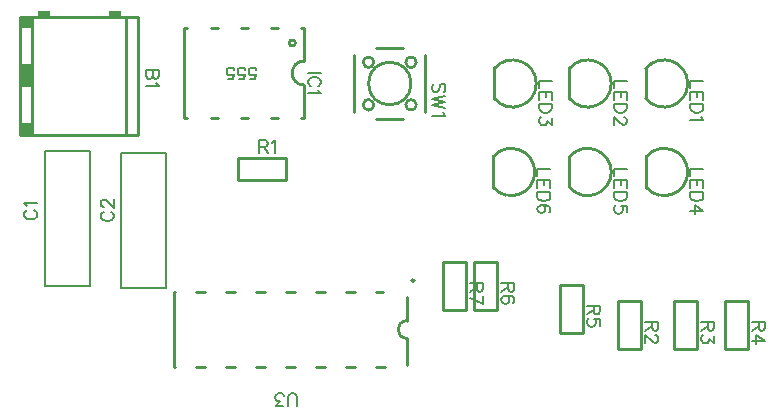
<source format=gto>
G04 Layer: TopSilkscreenLayer*
G04 EasyEDA v6.5.50, 2025-04-28 15:17:28*
G04 ec43f4f42a0a4547a17121b9b8cfd53d,1edd566ed00f4b82bd531d174b10065b,10*
G04 Gerber Generator version 0.2*
G04 Scale: 100 percent, Rotated: No, Reflected: No *
G04 Dimensions in millimeters *
G04 leading zeros omitted , absolute positions ,4 integer and 5 decimal *
%FSLAX45Y45*%
%MOMM*%

%ADD10C,0.1524*%
%ADD11C,0.2032*%
%ADD12C,0.2540*%
%ADD13C,0.2007*%
%ADD14C,0.2286*%
%ADD15C,0.0118*%

%LPD*%
D10*
X3290315Y7835900D02*
G01*
X3181350Y7835900D01*
X3264408Y7723631D02*
G01*
X3274822Y7728965D01*
X3285236Y7739379D01*
X3290315Y7749539D01*
X3290315Y7770368D01*
X3285236Y7780781D01*
X3274822Y7791195D01*
X3264408Y7796529D01*
X3248659Y7801610D01*
X3222752Y7801610D01*
X3207258Y7796529D01*
X3196843Y7791195D01*
X3186429Y7780781D01*
X3181350Y7770368D01*
X3181350Y7749539D01*
X3186429Y7739379D01*
X3196843Y7728965D01*
X3207258Y7723631D01*
X3269488Y7689342D02*
G01*
X3274822Y7678928D01*
X3290315Y7663434D01*
X3181350Y7663434D01*
D11*
X2688590Y7785862D02*
G01*
X2734056Y7785862D01*
X2738627Y7826755D01*
X2734056Y7822184D01*
X2720593Y7817612D01*
X2706877Y7817612D01*
X2693161Y7822184D01*
X2684018Y7831328D01*
X2679445Y7844789D01*
X2679445Y7853934D01*
X2684018Y7867650D01*
X2693161Y7876794D01*
X2706877Y7881365D01*
X2720593Y7881365D01*
X2734056Y7876794D01*
X2738627Y7872221D01*
X2743200Y7863078D01*
X2595118Y7785862D02*
G01*
X2640584Y7785862D01*
X2644902Y7826755D01*
X2640584Y7822184D01*
X2626868Y7817612D01*
X2613152Y7817612D01*
X2599690Y7822184D01*
X2590545Y7831328D01*
X2585974Y7844789D01*
X2585974Y7853934D01*
X2590545Y7867650D01*
X2599690Y7876794D01*
X2613152Y7881365D01*
X2626868Y7881365D01*
X2640584Y7876794D01*
X2644902Y7872221D01*
X2649474Y7863078D01*
X2501391Y7785862D02*
G01*
X2546858Y7785862D01*
X2551429Y7826755D01*
X2546858Y7822184D01*
X2533141Y7817612D01*
X2519679Y7817612D01*
X2505963Y7822184D01*
X2496820Y7831328D01*
X2492247Y7844789D01*
X2492247Y7853934D01*
X2496820Y7867650D01*
X2505963Y7876794D01*
X2519679Y7881365D01*
X2533141Y7881365D01*
X2546858Y7876794D01*
X2551429Y7872221D01*
X2556002Y7863078D01*
D10*
X1918715Y7861300D02*
G01*
X1809750Y7861300D01*
X1918715Y7861300D02*
G01*
X1918715Y7814563D01*
X1913636Y7799070D01*
X1908302Y7793736D01*
X1897887Y7788655D01*
X1887473Y7788655D01*
X1877060Y7793736D01*
X1871979Y7799070D01*
X1866900Y7814563D01*
X1866900Y7861300D02*
G01*
X1866900Y7814563D01*
X1861565Y7799070D01*
X1856486Y7793736D01*
X1846071Y7788655D01*
X1830323Y7788655D01*
X1819910Y7793736D01*
X1814829Y7799070D01*
X1809750Y7814563D01*
X1809750Y7861300D01*
X1897887Y7754365D02*
G01*
X1903221Y7743952D01*
X1918715Y7728204D01*
X1809750Y7728204D01*
X805687Y6674358D02*
G01*
X795273Y6669023D01*
X784860Y6658610D01*
X779779Y6648450D01*
X779779Y6627621D01*
X784860Y6617208D01*
X795273Y6606794D01*
X805687Y6601460D01*
X821436Y6596379D01*
X847344Y6596379D01*
X862837Y6601460D01*
X873252Y6606794D01*
X883665Y6617208D01*
X888745Y6627621D01*
X888745Y6648450D01*
X883665Y6658610D01*
X873252Y6669023D01*
X862837Y6674358D01*
X800607Y6708647D02*
G01*
X795273Y6719062D01*
X779779Y6734555D01*
X888745Y6734555D01*
X1453387Y6661658D02*
G01*
X1442973Y6656323D01*
X1432560Y6645910D01*
X1427479Y6635750D01*
X1427479Y6614921D01*
X1432560Y6604508D01*
X1442973Y6594094D01*
X1453387Y6588760D01*
X1469136Y6583679D01*
X1495044Y6583679D01*
X1510537Y6588760D01*
X1520952Y6594094D01*
X1531365Y6604508D01*
X1536445Y6614921D01*
X1536445Y6635750D01*
X1531365Y6645910D01*
X1520952Y6656323D01*
X1510537Y6661658D01*
X1453387Y6701028D02*
G01*
X1448307Y6701028D01*
X1437894Y6706362D01*
X1432560Y6711442D01*
X1427479Y6721855D01*
X1427479Y6742684D01*
X1432560Y6753097D01*
X1437894Y6758178D01*
X1448307Y6763512D01*
X1458721Y6763512D01*
X1469136Y6758178D01*
X1484629Y6747763D01*
X1536445Y6695947D01*
X1536445Y6768592D01*
X6528815Y7772400D02*
G01*
X6419850Y7772400D01*
X6419850Y7772400D02*
G01*
X6419850Y7710170D01*
X6528815Y7675879D02*
G01*
X6419850Y7675879D01*
X6528815Y7675879D02*
G01*
X6528815Y7608315D01*
X6477000Y7675879D02*
G01*
X6477000Y7634223D01*
X6419850Y7675879D02*
G01*
X6419850Y7608315D01*
X6528815Y7574026D02*
G01*
X6419850Y7574026D01*
X6528815Y7574026D02*
G01*
X6528815Y7537450D01*
X6523736Y7521955D01*
X6513322Y7511542D01*
X6502908Y7506462D01*
X6487159Y7501128D01*
X6461252Y7501128D01*
X6445758Y7506462D01*
X6435343Y7511542D01*
X6424929Y7521955D01*
X6419850Y7537450D01*
X6419850Y7574026D01*
X6507988Y7466837D02*
G01*
X6513322Y7456423D01*
X6528815Y7440929D01*
X6419850Y7440929D01*
X5881115Y7772400D02*
G01*
X5772150Y7772400D01*
X5772150Y7772400D02*
G01*
X5772150Y7710170D01*
X5881115Y7675879D02*
G01*
X5772150Y7675879D01*
X5881115Y7675879D02*
G01*
X5881115Y7608315D01*
X5829300Y7675879D02*
G01*
X5829300Y7634223D01*
X5772150Y7675879D02*
G01*
X5772150Y7608315D01*
X5881115Y7574026D02*
G01*
X5772150Y7574026D01*
X5881115Y7574026D02*
G01*
X5881115Y7537450D01*
X5876036Y7521955D01*
X5865622Y7511542D01*
X5855208Y7506462D01*
X5839459Y7501128D01*
X5813552Y7501128D01*
X5798058Y7506462D01*
X5787643Y7511542D01*
X5777229Y7521955D01*
X5772150Y7537450D01*
X5772150Y7574026D01*
X5855208Y7461758D02*
G01*
X5860288Y7461758D01*
X5870702Y7456423D01*
X5876036Y7451344D01*
X5881115Y7440929D01*
X5881115Y7420102D01*
X5876036Y7409687D01*
X5870702Y7404608D01*
X5860288Y7399273D01*
X5849874Y7399273D01*
X5839459Y7404608D01*
X5823965Y7415021D01*
X5772150Y7466837D01*
X5772150Y7394194D01*
X5246115Y7772400D02*
G01*
X5137150Y7772400D01*
X5137150Y7772400D02*
G01*
X5137150Y7710170D01*
X5246115Y7675879D02*
G01*
X5137150Y7675879D01*
X5246115Y7675879D02*
G01*
X5246115Y7608315D01*
X5194300Y7675879D02*
G01*
X5194300Y7634223D01*
X5137150Y7675879D02*
G01*
X5137150Y7608315D01*
X5246115Y7574026D02*
G01*
X5137150Y7574026D01*
X5246115Y7574026D02*
G01*
X5246115Y7537450D01*
X5241036Y7521955D01*
X5230622Y7511542D01*
X5220208Y7506462D01*
X5204459Y7501128D01*
X5178552Y7501128D01*
X5163058Y7506462D01*
X5152643Y7511542D01*
X5142229Y7521955D01*
X5137150Y7537450D01*
X5137150Y7574026D01*
X5246115Y7456423D02*
G01*
X5246115Y7399273D01*
X5204459Y7430515D01*
X5204459Y7415021D01*
X5199379Y7404608D01*
X5194300Y7399273D01*
X5178552Y7394194D01*
X5168138Y7394194D01*
X5152643Y7399273D01*
X5142229Y7409687D01*
X5137150Y7425436D01*
X5137150Y7440929D01*
X5142229Y7456423D01*
X5147309Y7461758D01*
X5157724Y7466837D01*
X6528815Y7023100D02*
G01*
X6419850Y7023100D01*
X6419850Y7023100D02*
G01*
X6419850Y6960870D01*
X6528815Y6926579D02*
G01*
X6419850Y6926579D01*
X6528815Y6926579D02*
G01*
X6528815Y6859015D01*
X6477000Y6926579D02*
G01*
X6477000Y6884923D01*
X6419850Y6926579D02*
G01*
X6419850Y6859015D01*
X6528815Y6824726D02*
G01*
X6419850Y6824726D01*
X6528815Y6824726D02*
G01*
X6528815Y6788150D01*
X6523736Y6772655D01*
X6513322Y6762242D01*
X6502908Y6757162D01*
X6487159Y6751828D01*
X6461252Y6751828D01*
X6445758Y6757162D01*
X6435343Y6762242D01*
X6424929Y6772655D01*
X6419850Y6788150D01*
X6419850Y6824726D01*
X6528815Y6665721D02*
G01*
X6456172Y6717537D01*
X6456172Y6639560D01*
X6528815Y6665721D02*
G01*
X6419850Y6665721D01*
X5881115Y7023100D02*
G01*
X5772150Y7023100D01*
X5772150Y7023100D02*
G01*
X5772150Y6960870D01*
X5881115Y6926579D02*
G01*
X5772150Y6926579D01*
X5881115Y6926579D02*
G01*
X5881115Y6859015D01*
X5829300Y6926579D02*
G01*
X5829300Y6884923D01*
X5772150Y6926579D02*
G01*
X5772150Y6859015D01*
X5881115Y6824726D02*
G01*
X5772150Y6824726D01*
X5881115Y6824726D02*
G01*
X5881115Y6788150D01*
X5876036Y6772655D01*
X5865622Y6762242D01*
X5855208Y6757162D01*
X5839459Y6751828D01*
X5813552Y6751828D01*
X5798058Y6757162D01*
X5787643Y6762242D01*
X5777229Y6772655D01*
X5772150Y6788150D01*
X5772150Y6824726D01*
X5881115Y6655308D02*
G01*
X5881115Y6707123D01*
X5834379Y6712458D01*
X5839459Y6707123D01*
X5844793Y6691629D01*
X5844793Y6676136D01*
X5839459Y6660387D01*
X5829300Y6649973D01*
X5813552Y6644894D01*
X5803138Y6644894D01*
X5787643Y6649973D01*
X5777229Y6660387D01*
X5772150Y6676136D01*
X5772150Y6691629D01*
X5777229Y6707123D01*
X5782309Y6712458D01*
X5792724Y6717537D01*
X5233415Y7023100D02*
G01*
X5124450Y7023100D01*
X5124450Y7023100D02*
G01*
X5124450Y6960870D01*
X5233415Y6926579D02*
G01*
X5124450Y6926579D01*
X5233415Y6926579D02*
G01*
X5233415Y6859015D01*
X5181600Y6926579D02*
G01*
X5181600Y6884923D01*
X5124450Y6926579D02*
G01*
X5124450Y6859015D01*
X5233415Y6824726D02*
G01*
X5124450Y6824726D01*
X5233415Y6824726D02*
G01*
X5233415Y6788150D01*
X5228336Y6772655D01*
X5217922Y6762242D01*
X5207508Y6757162D01*
X5191759Y6751828D01*
X5165852Y6751828D01*
X5150358Y6757162D01*
X5139943Y6762242D01*
X5129529Y6772655D01*
X5124450Y6788150D01*
X5124450Y6824726D01*
X5217922Y6655308D02*
G01*
X5228336Y6660387D01*
X5233415Y6676136D01*
X5233415Y6686550D01*
X5228336Y6702044D01*
X5212588Y6712458D01*
X5186679Y6717537D01*
X5160772Y6717537D01*
X5139943Y6712458D01*
X5129529Y6702044D01*
X5124450Y6686550D01*
X5124450Y6681215D01*
X5129529Y6665721D01*
X5139943Y6655308D01*
X5155438Y6649973D01*
X5160772Y6649973D01*
X5176265Y6655308D01*
X5186679Y6665721D01*
X5191759Y6681215D01*
X5191759Y6686550D01*
X5186679Y6702044D01*
X5176265Y6712458D01*
X5160772Y6717537D01*
X2768600Y7265415D02*
G01*
X2768600Y7156450D01*
X2768600Y7265415D02*
G01*
X2815336Y7265415D01*
X2830829Y7260336D01*
X2836163Y7255002D01*
X2841243Y7244587D01*
X2841243Y7234173D01*
X2836163Y7223760D01*
X2830829Y7218679D01*
X2815336Y7213600D01*
X2768600Y7213600D01*
X2804922Y7213600D02*
G01*
X2841243Y7156450D01*
X2875534Y7244587D02*
G01*
X2885947Y7249921D01*
X2901695Y7265415D01*
X2901695Y7156450D01*
X6147815Y5727700D02*
G01*
X6038850Y5727700D01*
X6147815Y5727700D02*
G01*
X6147815Y5680963D01*
X6142736Y5665470D01*
X6137402Y5660136D01*
X6126988Y5655055D01*
X6116574Y5655055D01*
X6106159Y5660136D01*
X6101079Y5665470D01*
X6096000Y5680963D01*
X6096000Y5727700D01*
X6096000Y5691378D02*
G01*
X6038850Y5655055D01*
X6121908Y5615431D02*
G01*
X6126988Y5615431D01*
X6137402Y5610352D01*
X6142736Y5605018D01*
X6147815Y5594604D01*
X6147815Y5574029D01*
X6142736Y5563615D01*
X6137402Y5558281D01*
X6126988Y5553202D01*
X6116574Y5553202D01*
X6106159Y5558281D01*
X6090665Y5568695D01*
X6038850Y5620765D01*
X6038850Y5547868D01*
X6617715Y5727700D02*
G01*
X6508750Y5727700D01*
X6617715Y5727700D02*
G01*
X6617715Y5680963D01*
X6612636Y5665470D01*
X6607302Y5660136D01*
X6596888Y5655055D01*
X6586474Y5655055D01*
X6576059Y5660136D01*
X6570979Y5665470D01*
X6565900Y5680963D01*
X6565900Y5727700D01*
X6565900Y5691378D02*
G01*
X6508750Y5655055D01*
X6617715Y5610352D02*
G01*
X6617715Y5553202D01*
X6576059Y5584189D01*
X6576059Y5568695D01*
X6570979Y5558281D01*
X6565900Y5553202D01*
X6550152Y5547868D01*
X6539738Y5547868D01*
X6524243Y5553202D01*
X6513829Y5563615D01*
X6508750Y5579110D01*
X6508750Y5594604D01*
X6513829Y5610352D01*
X6518909Y5615431D01*
X6529324Y5620765D01*
X7049515Y5727700D02*
G01*
X6940550Y5727700D01*
X7049515Y5727700D02*
G01*
X7049515Y5680963D01*
X7044436Y5665470D01*
X7039102Y5660136D01*
X7028688Y5655055D01*
X7018274Y5655055D01*
X7007859Y5660136D01*
X7002779Y5665470D01*
X6997700Y5680963D01*
X6997700Y5727700D01*
X6997700Y5691378D02*
G01*
X6940550Y5655055D01*
X7049515Y5568695D02*
G01*
X6976872Y5620765D01*
X6976872Y5542787D01*
X7049515Y5568695D02*
G01*
X6940550Y5568695D01*
X5652515Y5867400D02*
G01*
X5543550Y5867400D01*
X5652515Y5867400D02*
G01*
X5652515Y5820663D01*
X5647436Y5805170D01*
X5642102Y5799836D01*
X5631688Y5794755D01*
X5621274Y5794755D01*
X5610859Y5799836D01*
X5605779Y5805170D01*
X5600700Y5820663D01*
X5600700Y5867400D01*
X5600700Y5831078D02*
G01*
X5543550Y5794755D01*
X5652515Y5697981D02*
G01*
X5652515Y5750052D01*
X5605779Y5755131D01*
X5610859Y5750052D01*
X5616193Y5734304D01*
X5616193Y5718810D01*
X5610859Y5703315D01*
X5600700Y5692902D01*
X5584952Y5687568D01*
X5574538Y5687568D01*
X5559043Y5692902D01*
X5548629Y5703315D01*
X5543550Y5718810D01*
X5543550Y5734304D01*
X5548629Y5750052D01*
X5553709Y5755131D01*
X5564124Y5760465D01*
X4928615Y6057900D02*
G01*
X4819650Y6057900D01*
X4928615Y6057900D02*
G01*
X4928615Y6011163D01*
X4923536Y5995670D01*
X4918202Y5990336D01*
X4907788Y5985255D01*
X4897374Y5985255D01*
X4886959Y5990336D01*
X4881879Y5995670D01*
X4876800Y6011163D01*
X4876800Y6057900D01*
X4876800Y6021578D02*
G01*
X4819650Y5985255D01*
X4913122Y5888481D02*
G01*
X4923536Y5893815D01*
X4928615Y5909310D01*
X4928615Y5919723D01*
X4923536Y5935218D01*
X4907788Y5945631D01*
X4881879Y5950965D01*
X4855972Y5950965D01*
X4835143Y5945631D01*
X4824729Y5935218D01*
X4819650Y5919723D01*
X4819650Y5914389D01*
X4824729Y5898895D01*
X4835143Y5888481D01*
X4850638Y5883402D01*
X4855972Y5883402D01*
X4871465Y5888481D01*
X4881879Y5898895D01*
X4886959Y5914389D01*
X4886959Y5919723D01*
X4881879Y5935218D01*
X4871465Y5945631D01*
X4855972Y5950965D01*
X4661915Y6057900D02*
G01*
X4552950Y6057900D01*
X4661915Y6057900D02*
G01*
X4661915Y6011163D01*
X4656836Y5995670D01*
X4651502Y5990336D01*
X4641088Y5985255D01*
X4630674Y5985255D01*
X4620259Y5990336D01*
X4615179Y5995670D01*
X4610100Y6011163D01*
X4610100Y6057900D01*
X4610100Y6021578D02*
G01*
X4552950Y5985255D01*
X4661915Y5878068D02*
G01*
X4552950Y5930137D01*
X4661915Y5950965D02*
G01*
X4661915Y5878068D01*
X4328909Y7674355D02*
G01*
X4339323Y7684770D01*
X4344403Y7700263D01*
X4344403Y7721092D01*
X4339323Y7736586D01*
X4328909Y7747000D01*
X4318495Y7747000D01*
X4308081Y7741920D01*
X4302747Y7736586D01*
X4297667Y7726171D01*
X4287253Y7694929D01*
X4282173Y7684770D01*
X4276839Y7679436D01*
X4266425Y7674355D01*
X4250931Y7674355D01*
X4240517Y7684770D01*
X4235437Y7700263D01*
X4235437Y7721092D01*
X4240517Y7736586D01*
X4250931Y7747000D01*
X4344403Y7640065D02*
G01*
X4235437Y7613904D01*
X4344403Y7587995D02*
G01*
X4235437Y7613904D01*
X4344403Y7587995D02*
G01*
X4235437Y7562087D01*
X4344403Y7536179D02*
G01*
X4235437Y7562087D01*
X4323575Y7501889D02*
G01*
X4328909Y7491476D01*
X4344403Y7475728D01*
X4235437Y7475728D01*
X3086100Y5015484D02*
G01*
X3086100Y5093462D01*
X3081020Y5108955D01*
X3070606Y5119370D01*
X3054858Y5124450D01*
X3044443Y5124450D01*
X3028950Y5119370D01*
X3018536Y5108955D01*
X3013456Y5093462D01*
X3013456Y5015484D01*
X2968752Y5015484D02*
G01*
X2911602Y5015484D01*
X2942590Y5057139D01*
X2927095Y5057139D01*
X2916681Y5062220D01*
X2911602Y5067300D01*
X2906268Y5083047D01*
X2906268Y5093462D01*
X2911602Y5108955D01*
X2922015Y5119370D01*
X2937509Y5124450D01*
X2953004Y5124450D01*
X2968752Y5119370D01*
X2973831Y5114289D01*
X2979165Y5103876D01*
G36*
X894587Y8364524D02*
G01*
X894587Y8314486D01*
X994613Y8314486D01*
X994613Y8364524D01*
G37*
G36*
X1494586Y8364524D02*
G01*
X1494586Y8314486D01*
X1594612Y8314486D01*
X1594612Y8364474D01*
G37*
G36*
X744575Y8314486D02*
G01*
X744626Y8214512D01*
X844600Y8214512D01*
X844600Y8314486D01*
G37*
G36*
X744626Y7414514D02*
G01*
X744626Y7314488D01*
X844600Y7314488D01*
X844600Y7414514D01*
G37*
G36*
X744575Y7914487D02*
G01*
X744575Y7714488D01*
X844600Y7714488D01*
X844600Y7914487D01*
G37*
D12*
X2133447Y8216696D02*
G01*
X2133447Y7454696D01*
X2156559Y7454696D01*
X2158847Y8216696D02*
G01*
X2133447Y8216696D01*
X2867913Y7454902D02*
G01*
X2923283Y7454902D01*
X2613913Y7454902D02*
G01*
X2669286Y7454902D01*
X2359913Y7454902D02*
G01*
X2415286Y7454902D01*
X2867913Y8216900D02*
G01*
X2923283Y8216900D01*
X2613913Y8216900D02*
G01*
X2669286Y8216900D01*
X2359913Y8216900D02*
G01*
X2415286Y8216900D01*
X3124197Y7454902D02*
G01*
X3149597Y7454902D01*
X3149597Y7734300D01*
X3124197Y8216900D02*
G01*
X3149597Y8216900D01*
X3149597Y7937500D01*
X844600Y8314499D02*
G01*
X844600Y7314498D01*
X1644599Y8314502D02*
G01*
X1644599Y7314501D01*
X744598Y8314502D02*
G01*
X1744601Y8314502D01*
X1744601Y7314501D01*
X744598Y7314501D01*
X744598Y8314502D01*
D13*
X1334007Y6031992D02*
G01*
X953007Y6031992D01*
X953007Y7174992D01*
X1334007Y7174992D01*
X1334007Y6031992D01*
X1981708Y6019292D02*
G01*
X1600707Y6019292D01*
X1600707Y7162292D01*
X1981708Y7162292D01*
X1981708Y6019292D01*
D12*
X6042152Y7874000D02*
G01*
X6041618Y7619212D01*
X5394452Y7874000D02*
G01*
X5393918Y7619212D01*
X4759452Y7874000D02*
G01*
X4758918Y7619212D01*
X6042152Y7124700D02*
G01*
X6041618Y6869912D01*
X5394452Y7124700D02*
G01*
X5393918Y6869912D01*
X4746752Y7124700D02*
G01*
X4746218Y6869912D01*
D14*
X2590800Y7119620D02*
G01*
X2997200Y7119620D01*
X2997200Y6926579D01*
X2590800Y6926579D01*
X2590800Y7119620D01*
X6002020Y5905500D02*
G01*
X6002020Y5499100D01*
X5808979Y5499100D01*
X5808979Y5905500D01*
X6002020Y5905500D01*
X6471920Y5905500D02*
G01*
X6471920Y5499100D01*
X6278879Y5499100D01*
X6278879Y5905500D01*
X6471920Y5905500D01*
X6903720Y5905500D02*
G01*
X6903720Y5499100D01*
X6710679Y5499100D01*
X6710679Y5905500D01*
X6903720Y5905500D01*
X5506720Y6045200D02*
G01*
X5506720Y5638800D01*
X5313679Y5638800D01*
X5313679Y6045200D01*
X5506720Y6045200D01*
X4782820Y6235700D02*
G01*
X4782820Y5829300D01*
X4589779Y5829300D01*
X4589779Y6235700D01*
X4782820Y6235700D01*
X4516120Y6235700D02*
G01*
X4516120Y5829300D01*
X4323079Y5829300D01*
X4323079Y6235700D01*
X4516120Y6235700D01*
D12*
X4173486Y7987411D02*
G01*
X4173486Y7506588D01*
X3988178Y7447000D02*
G01*
X3758796Y7447000D01*
X3573487Y7506588D02*
G01*
X3573487Y7987411D01*
X3758796Y8046999D02*
G01*
X3988178Y8046999D01*
X4019550Y5589201D02*
G01*
X4019550Y5365650D01*
X2056422Y5344200D02*
G01*
X2045301Y5344200D01*
X2045301Y5984199D01*
X2056422Y5984199D01*
X3760177Y5984199D02*
G01*
X3816184Y5984199D01*
X3506177Y5984199D02*
G01*
X3580422Y5984199D01*
X3252177Y5984199D02*
G01*
X3326422Y5984199D01*
X2998177Y5984199D02*
G01*
X3072422Y5984199D01*
X2744177Y5984199D02*
G01*
X2818422Y5984199D01*
X2490177Y5984199D02*
G01*
X2564422Y5984199D01*
X2236177Y5984199D02*
G01*
X2310422Y5984199D01*
X2310422Y5344200D02*
G01*
X2236177Y5344200D01*
X2564422Y5344200D02*
G01*
X2490177Y5344200D01*
X2818422Y5344200D02*
G01*
X2744177Y5344200D01*
X3072422Y5344200D02*
G01*
X2998177Y5344200D01*
X3326422Y5344200D02*
G01*
X3252177Y5344200D01*
X3580422Y5344200D02*
G01*
X3506177Y5344200D01*
X3834422Y5344200D02*
G01*
X3760177Y5344200D01*
X4019547Y5739081D02*
G01*
X4019547Y5936094D01*
G75*
G01*
X3149597Y7937500D02*
G03*
X3149597Y7734300I0J-101600D01*
G75*
G01*
X6042152Y7620457D02*
G03*
X6042152Y7873949I154710J126746D01*
G75*
G01*
X5394452Y7620457D02*
G03*
X5394452Y7873949I154710J126746D01*
G75*
G01*
X4759452Y7620457D02*
G03*
X4759452Y7873949I154710J126746D01*
G75*
G01*
X6042152Y6871157D02*
G03*
X6042152Y7124649I154710J126746D01*
G75*
G01*
X5394452Y6871157D02*
G03*
X5394452Y7124649I154710J126746D01*
G75*
G01*
X4746752Y6871157D02*
G03*
X4746752Y7124649I154710J126746D01*
G75*
G01*
X4019550Y5589201D02*
G02*
X4019547Y5739082I-1J74941D01*
G75*
G01
X3073400Y8089900D02*
G03X3073400Y8089900I-25400J0D01*
G75*
G01
X4053510Y7747000D02*
G03X4053510Y7747000I-180010J0D01*
G75*
G01
X4098214Y7566990D02*
G03X4098214Y7566990I-44729J0D01*
G75*
G01
X4098239Y7927010D02*
G03X4098239Y7927010I-44729J0D01*
G75*
G01
X3738220Y7927010D02*
G03X3738220Y7927010I-44729J0D01*
G75*
G01
X3738220Y7566990D02*
G03X3738220Y7566990I-44729J0D01*
G75*
G01
X4081297Y6080201D02*
G03X4081297Y6080201I-10008J0D01*
M02*

</source>
